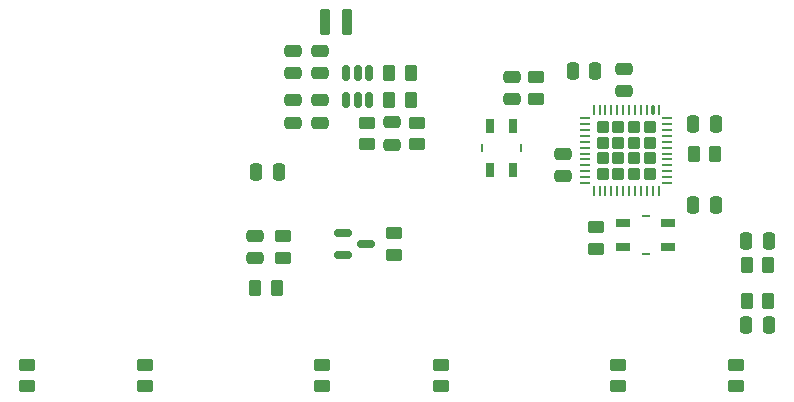
<source format=gtp>
G04 #@! TF.GenerationSoftware,KiCad,Pcbnew,(6.0.2)*
G04 #@! TF.CreationDate,2022-02-23T13:26:13+01:00*
G04 #@! TF.ProjectId,esp32-wled-adv-pcb,65737033-322d-4776-9c65-642d6164762d,rev?*
G04 #@! TF.SameCoordinates,Original*
G04 #@! TF.FileFunction,Paste,Top*
G04 #@! TF.FilePolarity,Positive*
%FSLAX46Y46*%
G04 Gerber Fmt 4.6, Leading zero omitted, Abs format (unit mm)*
G04 Created by KiCad (PCBNEW (6.0.2)) date 2022-02-23 13:26:13*
%MOMM*%
%LPD*%
G01*
G04 APERTURE LIST*
G04 Aperture macros list*
%AMRoundRect*
0 Rectangle with rounded corners*
0 $1 Rounding radius*
0 $2 $3 $4 $5 $6 $7 $8 $9 X,Y pos of 4 corners*
0 Add a 4 corners polygon primitive as box body*
4,1,4,$2,$3,$4,$5,$6,$7,$8,$9,$2,$3,0*
0 Add four circle primitives for the rounded corners*
1,1,$1+$1,$2,$3*
1,1,$1+$1,$4,$5*
1,1,$1+$1,$6,$7*
1,1,$1+$1,$8,$9*
0 Add four rect primitives between the rounded corners*
20,1,$1+$1,$2,$3,$4,$5,0*
20,1,$1+$1,$4,$5,$6,$7,0*
20,1,$1+$1,$6,$7,$8,$9,0*
20,1,$1+$1,$8,$9,$2,$3,0*%
G04 Aperture macros list end*
%ADD10RoundRect,0.250000X0.450000X-0.262500X0.450000X0.262500X-0.450000X0.262500X-0.450000X-0.262500X0*%
%ADD11RoundRect,0.250000X-0.475000X0.250000X-0.475000X-0.250000X0.475000X-0.250000X0.475000X0.250000X0*%
%ADD12RoundRect,0.250000X-0.450000X0.262500X-0.450000X-0.262500X0.450000X-0.262500X0.450000X0.262500X0*%
%ADD13RoundRect,0.250000X0.250000X0.475000X-0.250000X0.475000X-0.250000X-0.475000X0.250000X-0.475000X0*%
%ADD14RoundRect,0.250000X-0.262500X-0.450000X0.262500X-0.450000X0.262500X0.450000X-0.262500X0.450000X0*%
%ADD15R,0.250000X0.700000*%
%ADD16R,0.700000X1.250000*%
%ADD17RoundRect,0.250000X0.475000X-0.250000X0.475000X0.250000X-0.475000X0.250000X-0.475000X-0.250000X0*%
%ADD18R,0.700000X0.250000*%
%ADD19R,1.250000X0.700000*%
%ADD20RoundRect,0.250000X0.262500X0.450000X-0.262500X0.450000X-0.262500X-0.450000X0.262500X-0.450000X0*%
%ADD21RoundRect,0.225000X0.225000X0.875000X-0.225000X0.875000X-0.225000X-0.875000X0.225000X-0.875000X0*%
%ADD22RoundRect,0.250000X-0.250000X-0.475000X0.250000X-0.475000X0.250000X0.475000X-0.250000X0.475000X0*%
%ADD23RoundRect,0.150000X-0.587500X-0.150000X0.587500X-0.150000X0.587500X0.150000X-0.587500X0.150000X0*%
%ADD24RoundRect,0.250000X-0.285000X0.285000X-0.285000X-0.285000X0.285000X-0.285000X0.285000X0.285000X0*%
%ADD25RoundRect,0.062500X-0.062500X0.337500X-0.062500X-0.337500X0.062500X-0.337500X0.062500X0.337500X0*%
%ADD26RoundRect,0.100000X-0.100000X0.300000X-0.100000X-0.300000X0.100000X-0.300000X0.100000X0.300000X0*%
%ADD27RoundRect,0.062500X-0.337500X0.062500X-0.337500X-0.062500X0.337500X-0.062500X0.337500X0.062500X0*%
%ADD28RoundRect,0.150000X-0.150000X0.512500X-0.150000X-0.512500X0.150000X-0.512500X0.150000X0.512500X0*%
G04 APERTURE END LIST*
D10*
G04 #@! TO.C,R13*
X157000000Y-121000000D03*
X157000000Y-119175000D03*
G04 #@! TD*
D11*
G04 #@! TO.C,C3*
X138049000Y-94808000D03*
X138049000Y-96708000D03*
G04 #@! TD*
D12*
G04 #@! TO.C,R12*
X147000000Y-119175000D03*
X147000000Y-121000000D03*
G04 #@! TD*
G04 #@! TO.C,R14*
X128016000Y-108053500D03*
X128016000Y-109878500D03*
G04 #@! TD*
D13*
G04 #@! TO.C,C1*
X118298000Y-102870000D03*
X116398000Y-102870000D03*
G04 #@! TD*
D14*
G04 #@! TO.C,R7*
X157939100Y-110744000D03*
X159764100Y-110744000D03*
G04 #@! TD*
D13*
G04 #@! TO.C,C15*
X159801600Y-115824000D03*
X157901600Y-115824000D03*
G04 #@! TD*
D15*
G04 #@! TO.C,SW1*
X138785000Y-100838000D03*
X135535000Y-100838000D03*
D16*
X136160000Y-102713000D03*
X136160000Y-98963000D03*
X138160000Y-98963000D03*
X138160000Y-102713000D03*
G04 #@! TD*
D17*
G04 #@! TO.C,C12*
X119483562Y-98669007D03*
X119483562Y-96769007D03*
G04 #@! TD*
D10*
G04 #@! TO.C,R9*
X107000000Y-121003700D03*
X107000000Y-119178700D03*
G04 #@! TD*
D12*
G04 #@! TO.C,R6*
X129999162Y-98694919D03*
X129999162Y-100519919D03*
G04 #@! TD*
D18*
G04 #@! TO.C,SW2*
X149352000Y-106553600D03*
X149352000Y-109803600D03*
D19*
X151227000Y-109178600D03*
X147477000Y-109178600D03*
X147477000Y-107178600D03*
X151227000Y-107178600D03*
G04 #@! TD*
D17*
G04 #@! TO.C,C2*
X121794962Y-98674007D03*
X121794962Y-96774007D03*
G04 #@! TD*
D20*
G04 #@! TO.C,R2*
X129489262Y-94476619D03*
X127664262Y-94476619D03*
G04 #@! TD*
D11*
G04 #@! TO.C,C5*
X147523200Y-94096800D03*
X147523200Y-95996800D03*
G04 #@! TD*
D13*
G04 #@! TO.C,C7*
X155280400Y-105613200D03*
X153380400Y-105613200D03*
G04 #@! TD*
D14*
G04 #@! TO.C,R18*
X157939100Y-113792000D03*
X159764100Y-113792000D03*
G04 #@! TD*
D17*
G04 #@! TO.C,C13*
X116308500Y-110170000D03*
X116308500Y-108270000D03*
G04 #@! TD*
D11*
G04 #@! TO.C,C10*
X121793000Y-92588000D03*
X121793000Y-94488000D03*
G04 #@! TD*
D10*
G04 #@! TO.C,R11*
X132000000Y-121000000D03*
X132000000Y-119175000D03*
G04 #@! TD*
D14*
G04 #@! TO.C,R17*
X153417900Y-101295200D03*
X155242900Y-101295200D03*
G04 #@! TD*
D21*
G04 #@! TO.C,L1*
X124074000Y-90170000D03*
X122174000Y-90170000D03*
G04 #@! TD*
D10*
G04 #@! TO.C,R3*
X145161000Y-109370500D03*
X145161000Y-107545500D03*
G04 #@! TD*
D22*
G04 #@! TO.C,C4*
X143195000Y-94335600D03*
X145095000Y-94335600D03*
G04 #@! TD*
D23*
G04 #@! TO.C,Q1*
X123776500Y-108016000D03*
X123776500Y-109916000D03*
X125651500Y-108966000D03*
G04 #@! TD*
D12*
G04 #@! TO.C,R1*
X140081000Y-94845500D03*
X140081000Y-96670500D03*
G04 #@! TD*
D11*
G04 #@! TO.C,C9*
X119483562Y-92588000D03*
X119483562Y-94488000D03*
G04 #@! TD*
D24*
G04 #@! TO.C,U2*
X147051600Y-103021200D03*
X149691600Y-99061200D03*
X145731600Y-103021200D03*
X145731600Y-100381200D03*
X148371600Y-100381200D03*
X147051600Y-101701200D03*
X147051600Y-100381200D03*
X149691600Y-100381200D03*
X149691600Y-101701200D03*
X148371600Y-103021200D03*
X145731600Y-101701200D03*
X148371600Y-101701200D03*
X149691600Y-103021200D03*
X145731600Y-99061200D03*
X147051600Y-99061200D03*
X148371600Y-99061200D03*
D25*
X150461600Y-97591200D03*
D26*
X149961600Y-97591200D03*
D25*
X149461600Y-97591200D03*
X148961600Y-97591200D03*
X148461600Y-97591200D03*
X147961600Y-97591200D03*
X147461600Y-97591200D03*
X146961600Y-97591200D03*
X146461600Y-97591200D03*
X145961600Y-97591200D03*
X145461600Y-97591200D03*
X144961600Y-97591200D03*
D27*
X144261600Y-98291200D03*
X144261600Y-98791200D03*
X144261600Y-99291200D03*
X144261600Y-99791200D03*
X144261600Y-100291200D03*
X144261600Y-100791200D03*
X144261600Y-101291200D03*
X144261600Y-101791200D03*
X144261600Y-102291200D03*
X144261600Y-102791200D03*
X144261600Y-103291200D03*
X144261600Y-103791200D03*
D25*
X144961600Y-104491200D03*
X145461600Y-104491200D03*
X145961600Y-104491200D03*
X146461600Y-104491200D03*
X146961600Y-104491200D03*
X147461600Y-104491200D03*
X147961600Y-104491200D03*
X148461600Y-104491200D03*
X148961600Y-104491200D03*
X149461600Y-104491200D03*
X149961600Y-104491200D03*
X150461600Y-104491200D03*
D27*
X151161600Y-103791200D03*
X151161600Y-103291200D03*
X151161600Y-102791200D03*
X151161600Y-102291200D03*
X151161600Y-101791200D03*
X151161600Y-101291200D03*
X151161600Y-100791200D03*
X151161600Y-100291200D03*
X151161600Y-99791200D03*
X151161600Y-99291200D03*
X151161600Y-98791200D03*
X151161600Y-98291200D03*
G04 #@! TD*
D12*
G04 #@! TO.C,R15*
X118618000Y-108307500D03*
X118618000Y-110132500D03*
G04 #@! TD*
G04 #@! TO.C,R8*
X97000000Y-119175000D03*
X97000000Y-121000000D03*
G04 #@! TD*
D20*
G04 #@! TO.C,R16*
X118110000Y-112649000D03*
X116285000Y-112649000D03*
G04 #@! TD*
D14*
G04 #@! TO.C,R5*
X127666162Y-96762619D03*
X129491162Y-96762619D03*
G04 #@! TD*
D17*
G04 #@! TO.C,C14*
X127865562Y-100557419D03*
X127865562Y-98657419D03*
G04 #@! TD*
D10*
G04 #@! TO.C,R4*
X125731962Y-100519919D03*
X125731962Y-98694919D03*
G04 #@! TD*
D13*
G04 #@! TO.C,C6*
X155280400Y-98806000D03*
X153380400Y-98806000D03*
G04 #@! TD*
D17*
G04 #@! TO.C,C8*
X142392400Y-103195200D03*
X142392400Y-101295200D03*
G04 #@! TD*
D12*
G04 #@! TO.C,R10*
X122000000Y-119175000D03*
X122000000Y-121000000D03*
G04 #@! TD*
D28*
G04 #@! TO.C,U1*
X125918000Y-94493500D03*
X124968000Y-94493500D03*
X124018000Y-94493500D03*
X124018000Y-96768500D03*
X124968000Y-96768500D03*
X125918000Y-96768500D03*
G04 #@! TD*
D13*
G04 #@! TO.C,C11*
X159801600Y-108712000D03*
X157901600Y-108712000D03*
G04 #@! TD*
M02*

</source>
